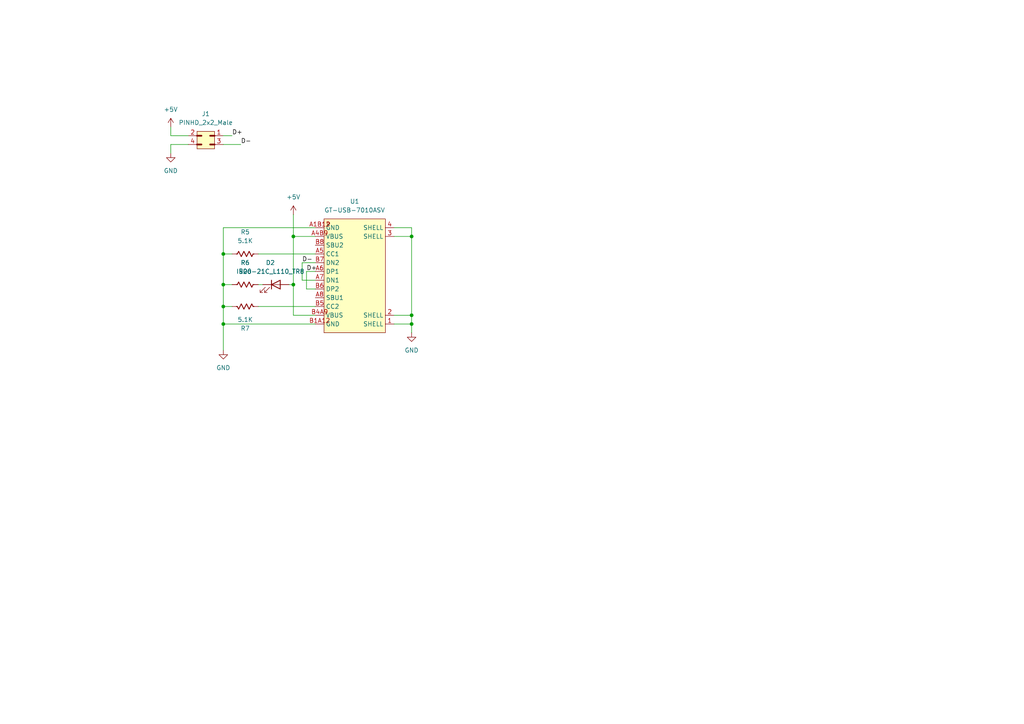
<source format=kicad_sch>
(kicad_sch (version 20250114) (generator "eeschema") (generator_version "9.0")
  (paper "A4")
  (lib_symbols
    (symbol "EasyEDA:GND" (power) (pin_numbers (hide yes)) (pin_names (offset 0) (hide yes))
      (property "Value" "GND" (at 0 -3.81 0))
      (symbol "GND_0_1"
        (polyline (pts (xy 0 0) (xy 0 -1.27) (xy 1.27 -1.27) (xy 0 -2.54) (xy -1.27 -1.27) (xy 0 -1.27)))
      )
      (symbol "GND_1_1"
        (pin power_in line (at 0 0 270) (length 0) (name "~") (number "1"))
      )
    )
    (symbol "EasyEDA:GT-USB-7010ASV"
      (property "Reference" "U" (at 0 20.32 0))
      (property "Value" "GT-USB-7010ASV" (at 0 -17.78 0))
      (symbol "GT-USB-7010ASV_0_1"
        (rectangle (start -10.16 17.78) (end 7.62 -15.24) (fill (type background)))
        (circle (center -8.89 16.51) (radius 0.38))
        (pin unspecified line (at -12.7 15.24 0) (length 2.54) (name "GND") (number "A1B12"))
        (pin unspecified line (at -12.7 12.7 0) (length 2.54) (name "VBUS") (number "A4B9"))
        (pin unspecified line (at -12.7 10.16 0) (length 2.54) (name "SBU2") (number "B8"))
        (pin unspecified line (at -12.7 7.62 0) (length 2.54) (name "CC1") (number "A5"))
        (pin unspecified line (at -12.7 5.08 0) (length 2.54) (name "DN2") (number "B7"))
        (pin unspecified line (at -12.7 2.54 0) (length 2.54) (name "DP1") (number "A6"))
        (pin unspecified line (at -12.7 0 0) (length 2.54) (name "DN1") (number "A7"))
        (pin unspecified line (at -12.7 -2.54 0) (length 2.54) (name "DP2") (number "B6"))
        (pin unspecified line (at -12.7 -5.08 0) (length 2.54) (name "SBU1") (number "A8"))
        (pin unspecified line (at -12.7 -7.62 0) (length 2.54) (name "CC2") (number "B5"))
        (pin unspecified line (at -12.7 -10.16 0) (length 2.54) (name "VBUS") (number "B4A9"))
        (pin unspecified line (at -12.7 -12.7 0) (length 2.54) (name "GND") (number "B1A12"))
        (pin unspecified line (at 10.16 15.24 180) (length 2.54) (name "SHELL") (number "4"))
        (pin unspecified line (at 10.16 12.7 180) (length 2.54) (name "SHELL") (number "3"))
        (pin unspecified line (at 10.16 -10.16 180) (length 2.54) (name "SHELL") (number "2"))
        (pin unspecified line (at 10.16 -12.7 180) (length 2.54) (name "SHELL") (number "1"))
      )
    )
    (symbol "EasyEDA:R_0603" (pin_numbers (hide yes)) (pin_names (offset 0))
      (property "Reference" "R" (at 2.54 1.27 0))
      (property "Value" "R_0603" (at 2.54 -1.27 0))
      (symbol "R_0603_0_1"
        (polyline (pts (xy 0 2.286) (xy 0 2.54)) (stroke (width 0.254)))
        (polyline (pts (xy 0 2.286) (xy 0.762 1.905) (xy -0.762 1.143) (xy 0 0.762) (xy 0.762 0.381) (xy 0 0) (xy -0.762 -0.381) (xy 0 -0.762) (xy 0.762 -1.143) (xy 0 -1.524) (xy -0.762 -1.905) (xy 0 -2.286)) (stroke (width 0.254)))
        (polyline (pts (xy 0 -2.286) (xy 0 -2.54)) (stroke (width 0.254)))
      )
      (symbol "R_0603_0_2"
        (polyline (pts (xy -2.54 -2.54) (xy -1.778 -1.778)))
        (polyline (pts (xy -1.778 -1.778) (xy -1.524 -1.524)) (stroke (width 0.254)))
        (polyline (pts (xy -1.524 -1.524) (xy -1.778 -0.762) (xy -1.016 -1.016)) (stroke (width 0.254)))
        (polyline (pts (xy -0.508 -0.508) (xy -0.762 0.254) (xy 0 0)) (stroke (width 0.254)))
        (polyline (pts (xy -0.508 -0.508) (xy -0.254 -1.27) (xy -1.016 -1.016)) (stroke (width 0.254)))
        (polyline (pts (xy 0.508 0.508) (xy 0.254 1.27) (xy 1.016 1.016)) (stroke (width 0.254)))
        (polyline (pts (xy 0.508 0.508) (xy 0.762 -0.254) (xy 0 0)) (stroke (width 0.254)))
        (polyline (pts (xy 1.524 1.524) (xy 1.778 0.762) (xy 1.016 1.016)) (stroke (width 0.254)))
        (polyline (pts (xy 1.778 1.778) (xy 1.524 1.524)) (stroke (width 0.254)))
        (polyline (pts (xy 1.778 1.778) (xy 2.54 2.54)))
      )
      (symbol "R_0603_1_1"
        (pin passive line (at 0 3.81 270) (length 1.27) (name "~") (number "1"))
        (pin passive line (at 0 -3.81 90) (length 1.27) (name "~") (number "2"))
      )
      (symbol "R_0603_1_2"
        (pin passive line (at -2.54 -2.54 0) (length 0) (name "") (number "2"))
        (pin passive line (at 2.54 2.54 180) (length 0) (name "") (number "1"))
      )
    )
    (symbol "LED:IR26-21C_L110_TR8" (pin_numbers (hide yes)) (pin_names (offset 1.016) (hide yes))
      (property "Reference" "D" (at 0 2.54 0))
      (property "Value" "IR26-21C_L110_TR8" (at 0 -3.81 0))
      (symbol "IR26-21C_L110_TR8_0_1"
        (polyline (pts (xy -3.048 -0.762) (xy -4.572 -2.286) (xy -3.81 -2.286) (xy -4.572 -2.286) (xy -4.572 -1.524)))
        (polyline (pts (xy -1.778 -0.762) (xy -3.302 -2.286) (xy -2.54 -2.286) (xy -3.302 -2.286) (xy -3.302 -1.524)))
        (polyline (pts (xy -1.27 0) (xy 1.27 0)))
        (polyline (pts (xy -1.27 -1.27) (xy -1.27 1.27)) (stroke (width 0.254)))
        (polyline (pts (xy 1.27 -1.27) (xy 1.27 1.27) (xy -1.27 0) (xy 1.27 -1.27)) (stroke (width 0.254)))
      )
      (symbol "IR26-21C_L110_TR8_1_1"
        (pin passive line (at -3.81 0 0) (length 2.54) (name "K") (number "1"))
        (pin passive line (at 3.81 0 180) (length 2.54) (name "A") (number "2"))
      )
    )
    (symbol "PCM_SL_Pin_Headers:PINHD_2x2_Male"
      (property "Reference" "J" (at -1.27 6.35 0))
      (property "Value" "PINHD_2x2_Male" (at -1.27 3.81 0))
      (symbol "PINHD_2x2_Male_0_1"
        (rectangle (start -2.54 2.54) (end 2.54 -2.54) (fill (type background)))
        (polyline (pts (xy -2.54 1.27) (xy -1.27 1.27)) (stroke (width 0.5)))
        (polyline (pts (xy -2.54 -1.27) (xy -1.27 -1.27)) (stroke (width 0.3)))
        (polyline (pts (xy -2.54 -1.27) (xy -1.27 -1.27)) (stroke (width 0.5)))
        (polyline (pts (xy 1.27 1.27) (xy 2.54 1.27)) (stroke (width 0.5)))
        (polyline (pts (xy 1.27 -1.27) (xy 2.54 -1.27)) (stroke (width 0.5)))
      )
      (symbol "PINHD_2x2_Male_1_1"
        (pin passive line (at -5.08 1.27 0) (length 2.54) (name "") (number "1"))
        (pin passive line (at -5.08 -1.27 0) (length 2.54) (name "") (number "3"))
        (pin passive line (at 5.08 1.27 180) (length 2.54) (name "") (number "2"))
        (pin passive line (at 5.08 -1.27 180) (length 2.54) (name "") (number "4"))
      )
    )
    (symbol "power:+5V" (power) (pin_numbers (hide yes)) (pin_names (offset 0) (hide yes))
      (property "Value" "+5V" (at 0 3.556 0))
      (symbol "+5V_0_1"
        (polyline (pts (xy -0.762 1.27) (xy 0 2.54)))
        (polyline (pts (xy 0 2.54) (xy 0.762 1.27)))
        (polyline (pts (xy 0 0) (xy 0 2.54)))
      )
      (symbol "+5V_1_1"
        (pin power_in line (at 0 0 90) (length 0) (name "~") (number "1"))
      )
    )
  )
  (junction (at 119.38 68.58))
  (junction (at 64.77 73.66))
  (junction (at 64.77 88.9))
  (junction (at 64.77 93.98))
  (junction (at 64.77 82.55))
  (junction (at 119.38 91.44))
  (junction (at 85.09 68.58))
  (junction (at 119.38 93.98))
  (junction (at 85.09 82.55))
  (wire (pts (xy 49.53 36.83) (xy 49.53 39.37)))
  (wire (pts (xy 64.77 88.9) (xy 64.77 93.98)))
  (wire (pts (xy 74.93 73.66) (xy 91.44 73.66)))
  (wire (pts (xy 91.44 76.2) (xy 87.63 76.2)))
  (wire (pts (xy 119.38 66.04) (xy 119.38 68.58)))
  (wire (pts (xy 114.3 91.44) (xy 119.38 91.44)))
  (wire (pts (xy 114.3 66.04) (xy 119.38 66.04)))
  (wire (pts (xy 64.77 39.37) (xy 67.31 39.37)))
  (wire (pts (xy 49.53 44.45) (xy 49.53 41.91)))
  (wire (pts (xy 74.93 88.9) (xy 91.44 88.9)))
  (wire (pts (xy 67.31 73.66) (xy 64.77 73.66)))
  (wire (pts (xy 49.53 41.91) (xy 54.61 41.91)))
  (wire (pts (xy 119.38 68.58) (xy 119.38 91.44)))
  (wire (pts (xy 85.09 91.44) (xy 91.44 91.44)))
  (wire (pts (xy 74.93 82.55) (xy 76.2 82.55)))
  (wire (pts (xy 49.53 39.37) (xy 54.61 39.37)))
  (wire (pts (xy 87.63 81.28) (xy 91.44 81.28)))
  (wire (pts (xy 88.9 78.74) (xy 88.9 83.82)))
  (wire (pts (xy 64.77 93.98) (xy 91.44 93.98)))
  (wire (pts (xy 64.77 93.98) (xy 64.77 101.6)))
  (wire (pts (xy 119.38 91.44) (xy 119.38 93.98)))
  (wire (pts (xy 64.77 82.55) (xy 64.77 88.9)))
  (wire (pts (xy 85.09 82.55) (xy 85.09 91.44)))
  (wire (pts (xy 91.44 66.04) (xy 64.77 66.04)))
  (wire (pts (xy 64.77 41.91) (xy 69.85 41.91)))
  (wire (pts (xy 85.09 68.58) (xy 85.09 82.55)))
  (wire (pts (xy 64.77 88.9) (xy 67.31 88.9)))
  (wire (pts (xy 114.3 68.58) (xy 119.38 68.58)))
  (wire (pts (xy 64.77 73.66) (xy 64.77 82.55)))
  (wire (pts (xy 64.77 66.04) (xy 64.77 73.66)))
  (wire (pts (xy 87.63 76.2) (xy 87.63 81.28)))
  (wire (pts (xy 85.09 82.55) (xy 83.82 82.55)))
  (wire (pts (xy 85.09 62.23) (xy 85.09 68.58)))
  (wire (pts (xy 67.31 82.55) (xy 64.77 82.55)))
  (wire (pts (xy 119.38 93.98) (xy 114.3 93.98)))
  (wire (pts (xy 119.38 93.98) (xy 119.38 96.52)))
  (wire (pts (xy 91.44 78.74) (xy 88.9 78.74)))
  (wire (pts (xy 88.9 83.82) (xy 91.44 83.82)))
  (wire (pts (xy 91.44 68.58) (xy 85.09 68.58)))
  (label "D+" (at 67.31 39.37 0))
  (label "D+" (at 88.9 78.74 0))
  (label "D-" (at 69.85 41.91 0))
  (label "D-" (at 87.63 76.2 0))
  (symbol (lib_id "power:+5V") (at 85.09 62.23 0) (unit 1)
    (property "Reference" "#PWR03" (effects (hide yes)))
    (property "Value" "+5V" (at 85.09 57.15 0))
    (property "Description" "Power symbol creates a global label with name \"+5V\"" (effects (hide yes)))
  )
  (symbol (lib_id "power:+5V") (at 49.53 36.83 0) (unit 1)
    (property "Reference" "#PWR05" (effects (hide yes)))
    (property "Value" "+5V" (at 49.53 31.75 0))
    (property "Description" "Power symbol creates a global label with name \"+5V\"" (effects (hide yes)))
  )
  (symbol (lib_id "EasyEDA:R_0603") (at 71.12 73.66 90) (unit 1)
    (property "Reference" "R5" (at 71.12 67.31 90))
    (property "Value" "5.1K" (at 71.12 69.85 90))
    (property "Footprint" "PCM_Resistor_SMD_AKL:R_0603_1608Metric" (effects (hide yes)))
    (property "Description" "SMD 0603 Chip Resistor, US Symbol, Alternate KiCad Library" (effects (hide yes)))
  )
  (symbol (lib_id "EasyEDA:R_0603") (at 71.12 82.55 90) (unit 1)
    (property "Reference" "R6" (at 71.12 76.2 90))
    (property "Value" "500" (at 71.12 78.74 90))
    (property "Footprint" "PCM_Resistor_SMD_AKL:R_0603_1608Metric" (effects (hide yes)))
    (property "Description" "SMD 0603 Chip Resistor, US Symbol, Alternate KiCad Library" (effects (hide yes)))
  )
  (symbol (lib_id "EasyEDA:GND") (at 119.38 96.52 0) (unit 1)
    (property "Reference" "#PWR02" (effects (hide yes)))
    (property "Value" "GND" (at 119.38 101.6 0))
    (property "Description" "Power symbol creates a global label with name \"GND\" , ground" (effects (hide yes)))
  )
  (symbol (lib_id "EasyEDA:R_0603") (at 71.12 88.9 90) (mirror x) (unit 1)
    (property "Reference" "R7" (at 71.12 95.25 90))
    (property "Value" "5.1K" (at 71.12 92.71 90))
    (property "Footprint" "PCM_Resistor_SMD_AKL:R_0603_1608Metric" (effects (hide yes)))
    (property "Description" "SMD 0603 Chip Resistor, US Symbol, Alternate KiCad Library" (effects (hide yes)))
  )
  (symbol (lib_id "EasyEDA:GT-USB-7010ASV") (at 104.14 81.28 0) (unit 1)
    (property "Reference" "U1" (at 102.87 58.42 0))
    (property "Value" "GT-USB-7010ASV" (at 102.87 60.96 0))
    (property "Footprint" "EasyEDA:USB-C-SMD_G-SWITCH_GT-USB-7010ASV" (effects (hide yes)))
    (property "LCSC Part" "C2988369" (effects (hide yes)))
  )
  (symbol (lib_id "PCM_SL_Pin_Headers:PINHD_2x2_Male") (at 59.69 40.64 0) (mirror y) (unit 1)
    (property "Reference" "J1" (at 59.69 33.02 0))
    (property "Value" "PINHD_2x2_Male" (at 59.69 35.56 0))
    (property "Footprint" "Connector_PinHeader_2.54mm:PinHeader_2x02_P2.54mm_Vertical" (effects (hide yes)))
    (property "Description" "Pin Header male with pin space 2.54mm. Pin Count -4" (effects (hide yes)))
  )
  (symbol (lib_id "LED:IR26-21C_L110_TR8") (at 80.01 82.55 0) (unit 1)
    (property "Reference" "D2" (at 78.4225 76.2 0))
    (property "Value" "IR26-21C_L110_TR8" (at 78.4225 78.74 0))
    (property "Footprint" "LED_SMD:LED_1206_3216Metric" (effects (hide yes)))
    (property "Datasheet" "http://www.everlight.com/file/ProductFile/IR26-21C-L110-TR8.pdf" (effects (hide yes)))
    (property "Description" "940nm, 20 deg, Infrared LED, 1206" (effects (hide yes)))
  )
  (symbol (lib_id "EasyEDA:GND") (at 49.53 44.45 0) (unit 1)
    (property "Reference" "#PWR04" (effects (hide yes)))
    (property "Value" "GND" (at 49.53 49.53 0))
    (property "Description" "Power symbol creates a global label with name \"GND\" , ground" (effects (hide yes)))
  )
  (symbol (lib_id "EasyEDA:GND") (at 64.77 101.6 0) (unit 1)
    (property "Reference" "#PWR01" (effects (hide yes)))
    (property "Value" "GND" (at 64.77 106.68 0))
    (property "Description" "Power symbol creates a global label with name \"GND\" , ground" (effects (hide yes)))
  )
)
</source>
